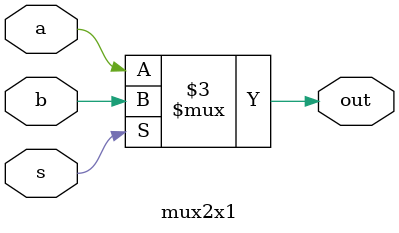
<source format=v>
module mux2x1(out,a,b,s);
input wire a,b,s;
output reg out;
always @(a or b or s)
begin
if(s)
out = b;
else
out = a;
end
endmodule
</source>
